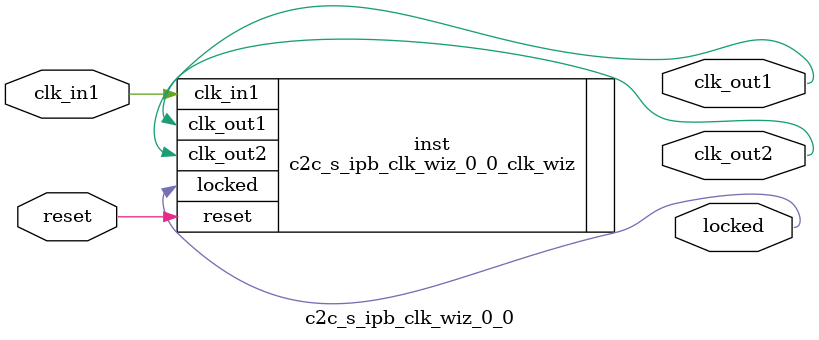
<source format=v>


`timescale 1ps/1ps

(* CORE_GENERATION_INFO = "c2c_s_ipb_clk_wiz_0_0,clk_wiz_v6_0_3_0_0,{component_name=c2c_s_ipb_clk_wiz_0_0,use_phase_alignment=true,use_min_o_jitter=false,use_max_i_jitter=false,use_dyn_phase_shift=false,use_inclk_switchover=false,use_dyn_reconfig=false,enable_axi=0,feedback_source=FDBK_AUTO,PRIMITIVE=MMCM,num_out_clk=2,clkin1_period=8.001,clkin2_period=10.000,use_power_down=false,use_reset=true,use_locked=true,use_inclk_stopped=false,feedback_type=SINGLE,CLOCK_MGR_TYPE=NA,manual_override=false}" *)

module c2c_s_ipb_clk_wiz_0_0 
 (
  // Clock out ports
  output        clk_out1,
  output        clk_out2,
  // Status and control signals
  input         reset,
  output        locked,
 // Clock in ports
  input         clk_in1
 );

  c2c_s_ipb_clk_wiz_0_0_clk_wiz inst
  (
  // Clock out ports  
  .clk_out1(clk_out1),
  .clk_out2(clk_out2),
  // Status and control signals               
  .reset(reset), 
  .locked(locked),
 // Clock in ports
  .clk_in1(clk_in1)
  );

endmodule

</source>
